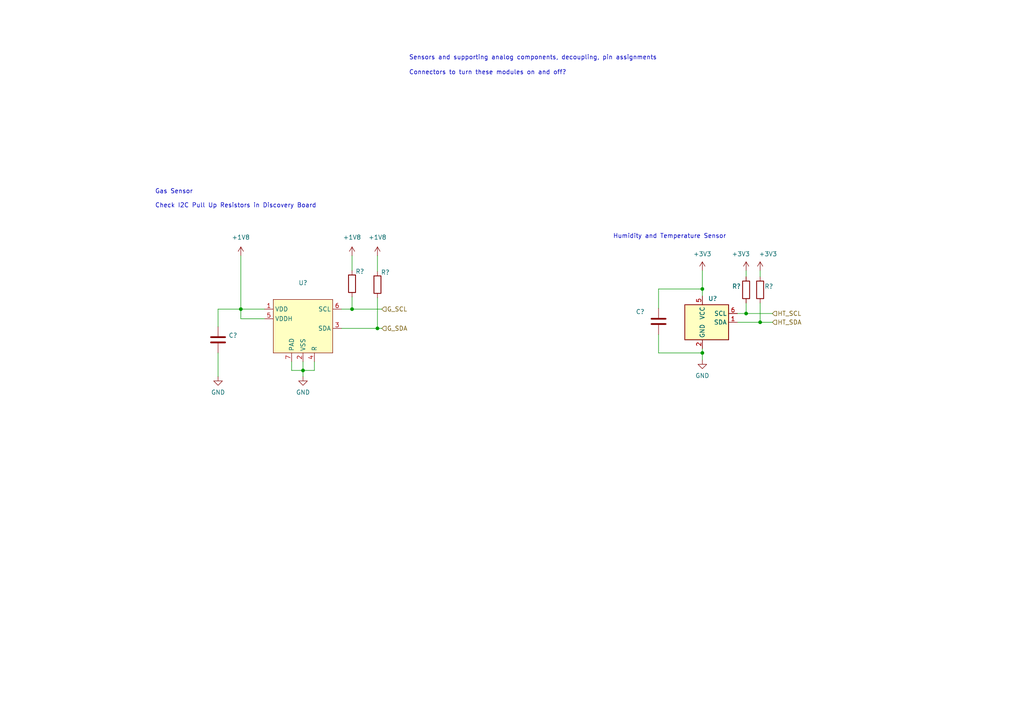
<source format=kicad_sch>
(kicad_sch (version 20211123) (generator eeschema)
  (paper "A4")
  (title_block (title "DiscoverAir HAT") (rev "V0.0") (company "University of Cape Town") (comment 4 "@Authors: Justin Pead, Mark Njoroge"))
  (lib_symbols
    (symbol "Device:C" (pin_numbers hide) (pin_names (offset 0.254))
      (property "Reference" "C" (at 0.635 2.54 0))
      (property "Value" "C" (at 0.635 -2.54 0))
      (symbol "C_0_1"
        (polyline (pts (xy -2.032 -0.762) (xy 2.032 -0.762)) (stroke (width 0.508)))
        (polyline (pts (xy -2.032 0.762) (xy 2.032 0.762)) (stroke (width 0.508)))
      )
      (symbol "C_1_1"
        (pin passive line (at 0 3.81 270) (length 2.794) (name "~") (number "1"))
        (pin passive line (at 0 -3.81 90) (length 2.794) (name "~") (number "2"))
      )
    )
    (symbol "Device:R" (pin_numbers hide) (pin_names (offset 0))
      (property "Reference" "R" (at 2.032 0 90))
      (property "Value" "R" (at 0 0 90))
      (symbol "R_0_1"
        (rectangle (start -1.016 -2.54) (end 1.016 2.54) (stroke (width 0.254)))
      )
      (symbol "R_1_1"
        (pin passive line (at 0 3.81 270) (length 1.27) (name "~") (number "1"))
        (pin passive line (at 0 -3.81 90) (length 1.27) (name "~") (number "2"))
      )
    )
    (symbol "DiscoverAir:SGP30-2.5k"
      (property "Reference" "U" (at -0.254 9.398 0))
      (property "Value" "SGP30-2.5k" (at 0 7.366 0))
      (symbol "SGP30-2.5k_0_1"
        (rectangle (start -8.636 6.096) (end 8.636 -9.398) (fill (type background)))
      )
      (symbol "SGP30-2.5k_1_1"
        (pin passive line (at -11.176 3.302 0) (length 2.54) (name "VDD") (number "1"))
        (pin passive line (at 0 -11.938 90) (length 2.54) (name "VSS") (number "2"))
        (pin passive line (at 11.176 -2.286 180) (length 2.54) (name "SDA") (number "3"))
        (pin passive line (at 3.302 -11.938 90) (length 2.54) (name "R") (number "4"))
        (pin passive line (at -11.176 0.508 0) (length 2.54) (name "VDDH") (number "5"))
        (pin passive line (at 11.176 3.302 180) (length 2.54) (name "SCL") (number "6"))
        (pin passive line (at -3.302 -11.938 90) (length 2.54) (name "PAD") (number "7"))
      )
    )
    (symbol "Sensor_Humidity:HDC1080"
      (property "Reference" "U" (at -6.35 6.35 0))
      (property "Value" "HDC1080" (at 3.81 6.35 0))
      (symbol "HDC1080_0_1"
        (rectangle (start -7.62 5.08) (end 5.08 -5.08) (stroke (width 0.254)) (fill (type background)))
      )
      (symbol "HDC1080_1_1"
        (pin bidirectional line (at 7.62 0 180) (length 2.54) (name "SDA") (number "1"))
        (pin power_in line (at -2.54 -7.62 90) (length 2.54) (name "GND") (number "2"))
        (pin no_connect line (at -7.62 0 0) (length 2.54) hide (name "NC") (number "3"))
        (pin no_connect line (at -7.62 -2.54 0) (length 2.54) hide (name "NC") (number "4"))
        (pin power_in line (at -2.54 7.62 270) (length 2.54) (name "VCC") (number "5"))
        (pin input line (at 7.62 2.54 180) (length 2.54) (name "SCL") (number "6"))
        (pin no_connect line (at -7.62 2.54 0) (length 2.54) hide (name "DAP") (number "7"))
      )
    )
    (symbol "power:+1V8" (power) (pin_names (offset 0))
      (property "Value" "+1V8" (at 0 3.556 0))
      (symbol "+1V8_0_1"
        (polyline (pts (xy -0.762 1.27) (xy 0 2.54)))
        (polyline (pts (xy 0 0) (xy 0 2.54)))
        (polyline (pts (xy 0 2.54) (xy 0.762 1.27)))
      )
      (symbol "+1V8_1_1"
        (pin power_in line (at 0 0 90) (length 0) hide (name "+1V8") (number "1"))
      )
    )
    (symbol "power:+3.3V" (power) (pin_names (offset 0))
      (property "Value" "+3.3V" (at 0 3.556 0))
      (symbol "+3.3V_0_1"
        (polyline (pts (xy -0.762 1.27) (xy 0 2.54)))
        (polyline (pts (xy 0 0) (xy 0 2.54)))
        (polyline (pts (xy 0 2.54) (xy 0.762 1.27)))
      )
      (symbol "+3.3V_1_1"
        (pin power_in line (at 0 0 90) (length 0) hide (name "+3V3") (number "1"))
      )
    )
    (symbol "power:GND" (power) (pin_names (offset 0))
      (property "Value" "GND" (at 0 -3.81 0))
      (symbol "GND_0_1"
        (polyline (pts (xy 0 0) (xy 0 -1.27) (xy 1.27 -1.27) (xy 0 -2.54) (xy -1.27 -1.27) (xy 0 -1.27)))
      )
      (symbol "GND_1_1"
        (pin power_in line (at 0 0 270) (length 0) hide (name "GND") (number "1"))
      )
    )
  )
  (junction (at 109.474 95.25))
  (junction (at 203.708 83.82))
  (junction (at 102.108 89.662))
  (junction (at 203.708 102.362))
  (junction (at 216.408 90.932))
  (junction (at 220.472 93.472))
  (junction (at 87.884 107.442))
  (junction (at 69.85 89.662))
  (wire (pts (xy 69.85 92.456) (xy 69.85 89.662)))
  (wire (pts (xy 63.246 89.662) (xy 69.85 89.662)))
  (wire (pts (xy 87.884 107.442) (xy 87.884 109.22)))
  (wire (pts (xy 76.708 89.662) (xy 69.85 89.662)))
  (wire (pts (xy 87.884 107.442) (xy 91.186 107.442)))
  (wire (pts (xy 102.108 89.662) (xy 110.744 89.662)))
  (wire (pts (xy 91.186 107.442) (xy 91.186 104.902)))
  (wire (pts (xy 109.474 95.25) (xy 110.744 95.25)))
  (wire (pts (xy 191.008 102.362) (xy 191.008 97.028)))
  (wire (pts (xy 99.06 89.662) (xy 102.108 89.662)))
  (wire (pts (xy 191.008 83.82) (xy 203.708 83.82)))
  (wire (pts (xy 76.708 92.456) (xy 69.85 92.456)))
  (wire (pts (xy 220.472 87.884) (xy 220.472 93.472)))
  (wire (pts (xy 69.85 74.168) (xy 69.85 89.662)))
  (wire (pts (xy 203.708 78.486) (xy 203.708 83.82)))
  (wire (pts (xy 213.868 93.472) (xy 220.472 93.472)))
  (wire (pts (xy 102.108 74.168) (xy 102.108 78.486)))
  (wire (pts (xy 216.408 78.486) (xy 216.408 80.264)))
  (wire (pts (xy 87.884 104.902) (xy 87.884 107.442)))
  (wire (pts (xy 216.408 87.884) (xy 216.408 90.932)))
  (wire (pts (xy 191.008 89.408) (xy 191.008 83.82)))
  (wire (pts (xy 220.472 78.486) (xy 220.472 80.264)))
  (wire (pts (xy 99.06 95.25) (xy 109.474 95.25)))
  (wire (pts (xy 84.582 107.442) (xy 87.884 107.442)))
  (wire (pts (xy 102.108 86.106) (xy 102.108 89.662)))
  (wire (pts (xy 216.408 90.932) (xy 224.028 90.932)))
  (wire (pts (xy 203.708 102.362) (xy 191.008 102.362)))
  (wire (pts (xy 213.868 90.932) (xy 216.408 90.932)))
  (wire (pts (xy 109.474 74.168) (xy 109.474 78.74)))
  (wire (pts (xy 63.246 102.362) (xy 63.246 109.22)))
  (wire (pts (xy 63.246 89.662) (xy 63.246 94.742)))
  (wire (pts (xy 203.708 83.82) (xy 203.708 85.852)))
  (wire (pts (xy 109.474 86.36) (xy 109.474 95.25)))
  (wire (pts (xy 220.472 93.472) (xy 224.028 93.472)))
  (wire (pts (xy 84.582 104.902) (xy 84.582 107.442)))
  (wire (pts (xy 203.708 102.362) (xy 203.708 104.394)))
  (wire (pts (xy 203.708 101.092) (xy 203.708 102.362)))
  (text "Humidity and Temperature Sensor" (at 177.8 69.342 0) (effects (font (size 1.27 1.27)) (justify left bottom)))
  (text "Connectors to turn these modules on and off?" (at 118.618 21.844 0) (effects (font (size 1.27 1.27)) (justify left bottom)))
  (text "Sensors and supporting analog components, decoupling, pin assignments" (at 118.618 17.526 0) (effects (font (size 1.27 1.27)) (justify left bottom)))
  (text "Gas Sensor\n\nCheck I2C Pull Up Resistors in Discovery Board" (at 44.958 60.452 0) (effects (font (size 1.27 1.27)) (justify left bottom)))
  (hierarchical_label "HT_SDA" (shape input) (at 224.028 93.472 0))
  (hierarchical_label "G_SDA" (shape input) (at 110.744 95.25 0))
  (hierarchical_label "G_SCL" (shape input) (at 110.744 89.662 0))
  (hierarchical_label "HT_SCL" (shape input) (at 224.028 90.932 0))
  (symbol (lib_id "power:GND") (at 63.246 109.22 0) (unit 1)
    (property "Reference" "#PWR?" (effects hide))
    (property "Value" "GND" (at 63.246 113.792 0))
  )
  (symbol (lib_id "power:GND") (at 203.708 104.394 0) (unit 1)
    (property "Reference" "#PWR?" (effects hide))
    (property "Value" "GND" (at 203.708 108.966 0))
  )
  (symbol (lib_id "power:+3.3V") (at 220.472 78.486 0) (unit 1)
    (property "Reference" "#PWR?" (effects hide))
    (property "Value" "+3.3V" (at 222.758 73.66 0))
  )
  (symbol (lib_id "power:+3.3V") (at 203.708 78.486 0) (unit 1)
    (property "Reference" "#PWR?" (effects hide))
    (property "Value" "+3.3V" (at 203.708 73.66 0))
  )
  (symbol (lib_id "Sensor_Humidity:HDC1080") (at 206.248 93.472 0) (unit 1)
    (property "Reference" "U?" (at 208.026 86.614 0) (effects (justify right)))
    (property "Datasheet" "http://www.ti.com/lit/ds/symlink/hdc1080.pdf" (effects hide))
    (property "LCSC" "C82227" (effects hide))
    (property "Price" "$2.9" (effects hide))
    (property "Alt_LCSC" "C53865" (effects hide))
  )
  (symbol (lib_id "Device:R") (at 216.408 84.074 180) (unit 1)
    (property "Reference" "R?" (at 213.614 83.058 0))
    (property "LCSC" "C23162" (effects hide))
    (property "Price" "$0.0013" (effects hide))
  )
  (symbol (lib_id "power:+1V8") (at 69.85 74.168 0) (unit 1)
    (property "Reference" "#PWR?" (effects hide))
    (property "Value" "+1V8" (at 69.85 68.834 0))
  )
  (symbol (lib_id "Device:R") (at 220.472 84.074 180) (unit 1)
    (property "Reference" "R?" (at 223.012 83.058 0))
    (property "LCSC" "C23162" (effects hide))
    (property "Price" "$0.0013" (effects hide))
  )
  (symbol (lib_id "power:GND") (at 87.884 109.22 0) (unit 1)
    (property "Reference" "#PWR?" (effects hide))
    (property "Value" "GND" (at 87.884 113.792 0))
  )
  (symbol (lib_id "Device:C") (at 63.246 98.552 0) (unit 1)
    (property "Reference" "C?" (at 66.294 97.2819 0) (effects (justify left)))
    (property "LCSC" "C14663" (effects hide))
    (property "Price" "$0.0026" (effects hide))
  )
  (symbol (lib_id "power:+1V8") (at 109.474 74.168 0) (unit 1)
    (property "Reference" "#PWR?" (effects hide))
    (property "Value" "+1V8" (at 109.474 68.834 0))
  )
  (symbol (lib_id "Device:R") (at 109.474 82.55 180) (unit 1)
    (property "Reference" "R?" (at 111.76 78.994 0))
    (property "LCSC" "C23162" (effects hide))
    (property "Price" "$0.0013" (effects hide))
  )
  (symbol (lib_id "DiscoverAir:SGP30-2.5k") (at 87.884 92.964 0) (unit 1)
    (property "Reference" "U?" (at 87.884 82.042 0))
    (property "LCSC" "C514454" (effects hide))
    (property "Price" "$6.3714" (effects hide))
    (property "Alt_LCSC" "C514455" (effects hide))
  )
  (symbol (lib_id "Device:C") (at 191.008 93.218 0) (unit 1)
    (property "Reference" "C?" (at 184.404 90.424 0) (effects (justify left)))
    (property "LCSC" "C14663" (effects hide))
    (property "Price" "$0.0026" (effects hide))
  )
  (symbol (lib_id "power:+3.3V") (at 216.408 78.486 0) (unit 1)
    (property "Reference" "#PWR?" (effects hide))
    (property "Value" "+3.3V" (at 214.884 73.66 0))
  )
  (symbol (lib_id "power:+1V8") (at 102.108 74.168 0) (unit 1)
    (property "Reference" "#PWR?" (effects hide))
    (property "Value" "+1V8" (at 102.108 68.834 0))
  )
  (symbol (lib_id "Device:R") (at 102.108 82.296 180) (unit 1)
    (property "Reference" "R?" (at 104.394 78.74 0))
    (property "LCSC" "C23162" (effects hide))
    (property "Price" "$0.0013" (effects hide))
  )
)
</source>
